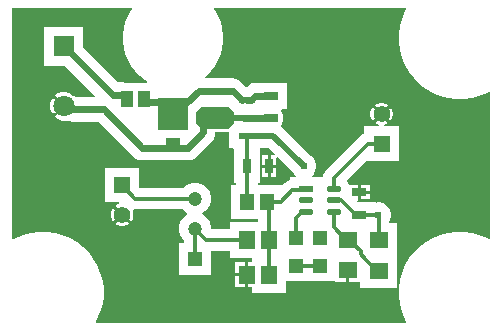
<source format=gbr>
G04*
G04 #@! TF.GenerationSoftware,Altium Limited,Altium Designer,25.8.1 (18)*
G04*
G04 Layer_Physical_Order=1*
G04 Layer_Color=255*
%FSLAX25Y25*%
%MOIN*%
G70*
G04*
G04 #@! TF.SameCoordinates,42E29172-AB17-4D01-AB3A-1E57205C25AC*
G04*
G04*
G04 #@! TF.FilePolarity,Positive*
G04*
G01*
G75*
%ADD13R,0.05118X0.02756*%
%ADD14R,0.05000X0.03000*%
%ADD15R,0.10000X0.10512*%
%ADD16R,0.04528X0.04528*%
%ADD17R,0.04743X0.05363*%
%ADD18R,0.05512X0.06102*%
%ADD19R,0.06496X0.05512*%
%ADD20R,0.02756X0.05118*%
%ADD21R,0.05512X0.02362*%
G04:AMPARAMS|DCode=22|XSize=74.8mil|YSize=125.98mil|CornerRadius=0mil|HoleSize=0mil|Usage=FLASHONLY|Rotation=270.000|XOffset=0mil|YOffset=0mil|HoleType=Round|Shape=Octagon|*
%AMOCTAGOND22*
4,1,8,0.06299,0.01870,0.06299,-0.01870,0.04429,-0.03740,-0.04429,-0.03740,-0.06299,-0.01870,-0.06299,0.01870,-0.04429,0.03740,0.04429,0.03740,0.06299,0.01870,0.0*
%
%ADD22OCTAGOND22*%

%ADD23R,0.07087X0.02362*%
%ADD24R,0.03937X0.05315*%
G04:AMPARAMS|DCode=25|XSize=48.81mil|YSize=20.7mil|CornerRadius=10.35mil|HoleSize=0mil|Usage=FLASHONLY|Rotation=0.000|XOffset=0mil|YOffset=0mil|HoleType=Round|Shape=RoundedRectangle|*
%AMROUNDEDRECTD25*
21,1,0.04881,0.00000,0,0,0.0*
21,1,0.02811,0.02070,0,0,0.0*
1,1,0.02070,0.01405,0.00000*
1,1,0.02070,-0.01405,0.00000*
1,1,0.02070,-0.01405,0.00000*
1,1,0.02070,0.01405,0.00000*
%
%ADD25ROUNDEDRECTD25*%
%ADD26R,0.04881X0.02070*%
%ADD34R,0.04724X0.04724*%
%ADD35C,0.04724*%
%ADD41C,0.02400*%
%ADD42C,0.01200*%
%ADD43C,0.01500*%
%ADD44C,0.02000*%
%ADD45R,0.05512X0.05512*%
%ADD46C,0.05512*%
%ADD47R,0.07087X0.07087*%
%ADD48C,0.07087*%
%ADD49C,0.02400*%
G36*
X133438Y106730D02*
X132964Y105909D01*
X131946Y103453D01*
X131258Y100886D01*
X130912Y98251D01*
Y95593D01*
X131258Y92958D01*
X131946Y90391D01*
X132964Y87935D01*
X134292Y85633D01*
X135910Y83525D01*
X137790Y81645D01*
X139899Y80027D01*
X142200Y78698D01*
X144656Y77681D01*
X147223Y76993D01*
X149858Y76646D01*
X152516D01*
X155151Y76993D01*
X157719Y77681D01*
X160174Y78698D01*
X160984Y79166D01*
X161417Y78916D01*
Y30231D01*
X160984Y29980D01*
X160175Y30448D01*
X157720Y31465D01*
X155153Y32153D01*
X152517Y32500D01*
X149860D01*
X147224Y32153D01*
X144657Y31465D01*
X142202Y30448D01*
X139900Y29119D01*
X137791Y27501D01*
X135912Y25621D01*
X134294Y23513D01*
X132965Y21211D01*
X131948Y18755D01*
X131260Y16188D01*
X130913Y13553D01*
Y10895D01*
X131260Y8260D01*
X131948Y5692D01*
X132965Y3237D01*
X133448Y2400D01*
X133198Y1967D01*
X30246D01*
X29996Y2400D01*
X30462Y3207D01*
X31479Y5662D01*
X32167Y8230D01*
X32514Y10865D01*
Y13522D01*
X32167Y16158D01*
X31479Y18725D01*
X30462Y21181D01*
X29133Y23482D01*
X27515Y25591D01*
X25636Y27470D01*
X23527Y29088D01*
X21225Y30417D01*
X18770Y31434D01*
X16202Y32122D01*
X13567Y32469D01*
X10909D01*
X8274Y32122D01*
X5707Y31434D01*
X3251Y30417D01*
X2402Y29927D01*
X1969Y30177D01*
Y107163D01*
X41875D01*
X42096Y106715D01*
X41735Y106245D01*
X40639Y104345D01*
X39799Y102319D01*
X39232Y100200D01*
X38945Y98026D01*
Y95832D01*
X39232Y93658D01*
X39799Y91539D01*
X40639Y89513D01*
X41735Y87613D01*
X43071Y85873D01*
X44622Y84322D01*
X46362Y82987D01*
X46999Y82619D01*
X46870Y82136D01*
X39716D01*
X39444Y82172D01*
X37242D01*
X25662Y93752D01*
Y100821D01*
X12669D01*
Y87829D01*
X19738D01*
X29737Y77830D01*
X29546Y77368D01*
X24006D01*
X23750Y77474D01*
X22666Y77617D01*
X22299D01*
X21955Y77960D01*
X20919Y78558D01*
X19763Y78868D01*
X18567D01*
X17412Y78558D01*
X16376Y77960D01*
X16306Y77891D01*
X17115Y77083D01*
X16407Y76376D01*
X15599Y77184D01*
X15530Y77114D01*
X14932Y76078D01*
X14622Y74923D01*
Y73727D01*
X14932Y72571D01*
X15530Y71535D01*
X15599Y71466D01*
X16407Y72274D01*
X17115Y71567D01*
X16306Y70759D01*
X16376Y70689D01*
X17412Y70091D01*
X17684Y70018D01*
X17968Y69801D01*
X18978Y69382D01*
X20062Y69239D01*
X21574D01*
X21831Y69133D01*
X22915Y68991D01*
X31006D01*
X42513Y57484D01*
X43380Y56818D01*
X44391Y56400D01*
X45475Y56257D01*
X60545D01*
X61629Y56400D01*
X62639Y56818D01*
X63506Y57484D01*
X68570Y62547D01*
X69236Y63415D01*
X69654Y64425D01*
X69797Y65509D01*
Y65585D01*
X74462D01*
Y60285D01*
X75776D01*
X75900Y59837D01*
X75900D01*
Y48813D01*
X76647D01*
Y48005D01*
X74907D01*
Y36737D01*
X84128D01*
Y35726D01*
X74522D01*
Y33305D01*
X68264D01*
Y34161D01*
X67901Y35513D01*
X67202Y36725D01*
X66212Y37714D01*
X65418Y38173D01*
Y38750D01*
X66212Y39208D01*
X67202Y40198D01*
X67901Y41410D01*
X68264Y42762D01*
Y44161D01*
X67901Y45513D01*
X67202Y46725D01*
X66212Y47714D01*
X65000Y48414D01*
X63648Y48776D01*
X62249D01*
X60897Y48414D01*
X59685Y47714D01*
X59016Y47045D01*
X44618D01*
X44377Y47286D01*
Y53636D01*
X32960D01*
Y42219D01*
X37653D01*
X37719Y41719D01*
X37219Y41585D01*
X36367Y41093D01*
X37181Y40279D01*
X36474Y39571D01*
X35660Y40386D01*
X35168Y39534D01*
X34912Y38579D01*
Y37590D01*
X35168Y36635D01*
X35660Y35783D01*
X36474Y36598D01*
X37181Y35891D01*
X36367Y35076D01*
X37219Y34585D01*
X38174Y34329D01*
X39163D01*
X40118Y34585D01*
X40969Y35076D01*
X40155Y35891D01*
X40862Y36598D01*
X41677Y35783D01*
X42168Y36635D01*
X42424Y37590D01*
Y38579D01*
X42168Y39534D01*
X42499Y39962D01*
X43134Y39878D01*
X59016D01*
X59685Y39208D01*
X60479Y38750D01*
Y38173D01*
X59685Y37714D01*
X58696Y36725D01*
X57996Y35513D01*
X57634Y34161D01*
Y32762D01*
X57996Y31410D01*
X58696Y30198D01*
X59365Y29528D01*
Y28776D01*
X57634D01*
Y18146D01*
X68264D01*
Y26139D01*
X74522D01*
Y23718D01*
X82003D01*
Y22187D01*
X80731D01*
Y21079D01*
X79731D01*
Y22187D01*
X76475D01*
Y18636D01*
X77583D01*
Y17636D01*
X76475D01*
Y14084D01*
X79731D01*
Y15192D01*
X80731D01*
Y14084D01*
X82003D01*
Y12132D01*
X93420D01*
Y15843D01*
X101882D01*
Y15843D01*
X109692D01*
Y15827D01*
X113440D01*
Y16935D01*
X114440D01*
Y15827D01*
X117965D01*
Y13777D01*
X130366D01*
Y24013D01*
Y35431D01*
X127749D01*
Y35975D01*
X128011Y36429D01*
X128294Y37485D01*
Y38579D01*
X128011Y39635D01*
X127464Y40582D01*
X126691Y41355D01*
X125744Y41902D01*
X124688Y42185D01*
X123594D01*
X123508Y42162D01*
X123177Y42415D01*
Y42415D01*
X117255D01*
X116999Y42730D01*
X117165Y43113D01*
Y44295D01*
X118165D01*
Y43187D01*
X121224D01*
Y45065D01*
X120117D01*
Y46065D01*
X121224D01*
Y47943D01*
X118165D01*
Y46835D01*
X117165D01*
Y47943D01*
X114436D01*
X114143Y48650D01*
X113503Y49483D01*
X113497Y49588D01*
X120025Y56116D01*
X130874D01*
Y67533D01*
X126181D01*
X126115Y68033D01*
X126615Y68168D01*
X127467Y68659D01*
X126652Y69473D01*
X127359Y70181D01*
X128174Y69366D01*
X128665Y70218D01*
X128921Y71173D01*
Y72162D01*
X128665Y73117D01*
X128174Y73969D01*
X127359Y73154D01*
X126652Y73861D01*
X127467Y74676D01*
X126615Y75167D01*
X125660Y75423D01*
X124671D01*
X123716Y75167D01*
X122864Y74676D01*
X123679Y73861D01*
X122971Y73154D01*
X122157Y73969D01*
X121666Y73117D01*
X121409Y72162D01*
Y71173D01*
X121666Y70218D01*
X122157Y69366D01*
X122971Y70181D01*
X123679Y69473D01*
X122864Y68659D01*
X123716Y68168D01*
X124216Y68033D01*
X124150Y67533D01*
X119457D01*
Y65170D01*
X118874Y64928D01*
X118131Y64359D01*
X106720Y52947D01*
X106151Y52205D01*
X105793Y51341D01*
X105749Y51011D01*
X105470Y50627D01*
X102018D01*
X101840Y51127D01*
X102488Y51775D01*
X103035Y52722D01*
X103318Y53778D01*
Y54872D01*
X103035Y55928D01*
X102488Y56875D01*
X101715Y57648D01*
X101160Y57968D01*
X91890Y67238D01*
X91615Y67449D01*
X91770Y67947D01*
D01*
X91905Y68391D01*
X92257Y69241D01*
X92400Y70325D01*
X92257Y71409D01*
X91905Y72259D01*
X91770Y72703D01*
X91770D01*
X91590Y73003D01*
X91842Y73475D01*
X93723D01*
Y82136D01*
X82699D01*
Y81937D01*
X82048Y81851D01*
X81038Y81433D01*
X80170Y80767D01*
X80095Y80692D01*
X78446Y82342D01*
X77578Y83008D01*
X76568Y83426D01*
X75484Y83569D01*
X66530D01*
X66369Y84042D01*
X66734Y84322D01*
X68285Y85873D01*
X69620Y87613D01*
X70717Y89513D01*
X71556Y91539D01*
X72124Y93658D01*
X72410Y95832D01*
Y98026D01*
X72124Y100200D01*
X71556Y102319D01*
X70717Y104345D01*
X69620Y106245D01*
X69259Y106715D01*
X69480Y107163D01*
X133188D01*
X133438Y106730D01*
D02*
G37*
G36*
X89506Y58346D02*
X89315Y57884D01*
X88211D01*
Y56776D01*
X87211D01*
Y57884D01*
X85333D01*
Y54825D01*
X86441D01*
Y53825D01*
X85333D01*
Y50766D01*
X87211D01*
Y51873D01*
X88211D01*
Y50766D01*
X90089D01*
Y53825D01*
X88982D01*
Y54825D01*
X90089D01*
Y57109D01*
X90551Y57301D01*
X95522Y52330D01*
X95842Y51775D01*
X96490Y51127D01*
X96313Y50627D01*
X94684D01*
Y49722D01*
X94488Y49696D01*
X93624Y49338D01*
X92881Y48769D01*
X92118Y48005D01*
X83814D01*
Y48813D01*
X84562D01*
Y59837D01*
X84562D01*
X84685Y60285D01*
X85879D01*
Y60432D01*
X87420D01*
X89506Y58346D01*
D02*
G37*
D13*
X117665Y38085D02*
D03*
Y45565D02*
D03*
X88211Y77805D02*
D03*
Y70325D02*
D03*
D14*
X55665Y62339D02*
D03*
D15*
X55565Y71595D02*
D03*
D16*
X96665Y21059D02*
D03*
Y30311D02*
D03*
X104665Y21059D02*
D03*
Y30311D02*
D03*
D17*
X80231Y42371D02*
D03*
X86930D02*
D03*
D18*
X80231Y29722D02*
D03*
X87711D02*
D03*
X87711Y18136D02*
D03*
X80231D02*
D03*
D19*
X124165Y29722D02*
D03*
Y19486D02*
D03*
X113940Y29819D02*
D03*
Y19583D02*
D03*
D20*
X80231Y54325D02*
D03*
X87711D02*
D03*
D21*
X80170Y64419D02*
D03*
Y76230D02*
D03*
D22*
X69540Y70325D02*
D03*
D23*
X79383D02*
D03*
D24*
X40213Y76526D02*
D03*
X46118D02*
D03*
D25*
X109254Y42899D02*
D03*
Y39159D02*
D03*
X100077D02*
D03*
X109254Y46639D02*
D03*
X100077Y42899D02*
D03*
D26*
Y46639D02*
D03*
D34*
X62949Y23461D02*
D03*
D35*
Y33461D02*
D03*
Y43461D02*
D03*
D41*
X20062Y73428D02*
X22666D01*
X19165Y74325D02*
X20062Y73428D01*
X22666D02*
X22915Y73179D01*
X65608Y67785D02*
X68148Y70325D01*
X79383D02*
X88211D01*
X68148D02*
X69540D01*
X32741Y73179D02*
X45475Y60446D01*
X60545D01*
X19165Y94325D02*
X35507Y77983D01*
X22915Y73179D02*
X32741D01*
X60545Y60446D02*
X65608Y65509D01*
Y67785D01*
X75484Y79380D02*
X78614Y76249D01*
X46118Y76420D02*
X46887Y75651D01*
X51765D02*
X55565Y71851D01*
X39444Y77983D02*
X40213Y77215D01*
Y76526D02*
Y77215D01*
X35507Y77983D02*
X39444D01*
X46887Y75651D02*
X51765D01*
X59365D02*
X60447D01*
X46118Y76420D02*
Y76526D01*
X55565Y71851D02*
X59365Y75651D01*
X55565Y71595D02*
Y71851D01*
X83132Y77805D02*
X88211D01*
X80170Y76230D02*
X81707D01*
X81726Y76399D02*
X83132Y77805D01*
X81726Y76249D02*
Y76399D01*
X81707Y76230D02*
X81726Y76249D01*
X60447Y75651D02*
X64176Y79380D01*
X75484D01*
D42*
X87711Y29722D02*
Y41590D01*
X96665Y37153D02*
X98672Y39159D01*
X96665Y30311D02*
Y37153D01*
X99792Y46235D02*
X100077Y46520D01*
X96665Y21059D02*
X104665D01*
X62949Y33461D02*
X66688Y29722D01*
X80231D01*
X62949Y23461D02*
Y33461D01*
X120665Y61825D02*
X125165D01*
X109254Y50414D02*
X120665Y61825D01*
X109254Y46639D02*
Y50414D01*
Y34013D02*
Y39159D01*
Y34013D02*
X113448Y29819D01*
X113940D02*
X114432D01*
X113448D02*
X113940D01*
X98672Y39159D02*
X100077D01*
X95415Y46235D02*
X99792D01*
X91551Y42371D02*
X95415Y46235D01*
X86930Y42371D02*
X91551D01*
X86930D02*
X87711Y41590D01*
X43134Y43461D02*
X62949D01*
X38668Y47927D02*
X43134Y43461D01*
X119780Y23379D02*
Y23413D01*
X118325Y24868D02*
Y25926D01*
Y24868D02*
X119780Y23413D01*
X114432Y29819D02*
X118325Y25926D01*
X119780Y23379D02*
X123673Y19486D01*
X87711Y18136D02*
X87711Y18136D01*
Y29722D01*
X111683Y42886D02*
X116484Y38085D01*
X80231Y42371D02*
Y54325D01*
X117665Y38085D02*
X117692Y38058D01*
X124115D01*
X124141Y38032D02*
X124165Y38008D01*
Y29722D02*
Y38008D01*
X116484Y38085D02*
X117665D01*
X80231Y54325D02*
Y64359D01*
X109254Y42899D02*
X109267Y42886D01*
X111683D01*
D43*
X96665Y21059D02*
X96665Y21059D01*
D44*
X89071Y64419D02*
X99165Y54325D01*
X80146Y64419D02*
X80170D01*
X89071D01*
D45*
X125165Y61825D02*
D03*
X38668Y47927D02*
D03*
D46*
X125165Y71667D02*
D03*
X38668Y38085D02*
D03*
D47*
X19165Y94325D02*
D03*
D48*
Y74325D02*
D03*
D49*
X80231Y18136D02*
D03*
X72035Y5325D02*
D03*
X124141Y38032D02*
D03*
X117665Y45565D02*
D03*
X124115Y52179D02*
D03*
X113940Y19583D02*
D03*
X149446Y53851D02*
D03*
Y73536D02*
D03*
Y35431D02*
D03*
X132965Y26670D02*
D03*
X110076Y103063D02*
D03*
Y83378D02*
D03*
X129761D02*
D03*
Y103063D02*
D03*
X90391D02*
D03*
Y83378D02*
D03*
X6069Y103063D02*
D03*
Y44008D02*
D03*
Y63693D02*
D03*
X25754Y103063D02*
D03*
X6069Y83378D02*
D03*
X99165Y63693D02*
D03*
X88211Y70325D02*
D03*
X75484Y85640D02*
D03*
X55665Y62339D02*
D03*
X87711Y54325D02*
D03*
X100077Y42899D02*
D03*
X99165Y54325D02*
D03*
X69845Y38490D02*
D03*
X31518Y62597D02*
D03*
X34049Y5325D02*
D03*
X129373D02*
D03*
X104665Y30311D02*
D03*
X91720Y5325D02*
D03*
X111405D02*
D03*
X37454Y84322D02*
D03*
X52350Y5325D02*
D03*
X27014Y30752D02*
D03*
M02*

</source>
